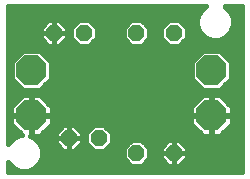
<source format=gbl>
G75*
%MOIN*%
%OFA0B0*%
%FSLAX25Y25*%
%IPPOS*%
%LPD*%
%AMOC8*
5,1,8,0,0,1.08239X$1,22.5*
%
%ADD10OC8,0.05200*%
%ADD11OC8,0.10000*%
%ADD12C,0.01600*%
D10*
X0026800Y0018050D03*
X0036800Y0018050D03*
X0049300Y0013050D03*
X0061800Y0013050D03*
X0061800Y0053050D03*
X0049300Y0053050D03*
X0031800Y0053050D03*
X0021800Y0053050D03*
D11*
X0014300Y0040550D03*
X0014300Y0025550D03*
X0074300Y0025550D03*
X0074300Y0040550D03*
D12*
X0006600Y0009975D02*
X0006600Y0006600D01*
X0084451Y0006600D01*
X0084451Y0061961D01*
X0078720Y0061961D01*
X0078938Y0061871D01*
X0080621Y0060188D01*
X0081531Y0057990D01*
X0081531Y0055610D01*
X0080621Y0053412D01*
X0078938Y0051729D01*
X0076740Y0050819D01*
X0074360Y0050819D01*
X0072162Y0051729D01*
X0070479Y0053412D01*
X0069569Y0055610D01*
X0069569Y0057990D01*
X0070479Y0060188D01*
X0072162Y0061871D01*
X0072380Y0061961D01*
X0006600Y0061961D01*
X0006600Y0016125D01*
X0006729Y0016438D01*
X0008412Y0018121D01*
X0010610Y0019031D01*
X0011202Y0019031D01*
X0007500Y0022733D01*
X0007500Y0025450D01*
X0014200Y0025450D01*
X0014400Y0025450D01*
X0014400Y0025650D01*
X0021100Y0025650D01*
X0021100Y0028367D01*
X0017117Y0032350D01*
X0014400Y0032350D01*
X0014400Y0025650D01*
X0014200Y0025650D01*
X0014200Y0032350D01*
X0011483Y0032350D01*
X0007500Y0028367D01*
X0007500Y0025650D01*
X0014200Y0025650D01*
X0014200Y0025450D01*
X0014200Y0018750D01*
X0013668Y0018750D01*
X0015188Y0018121D01*
X0016871Y0016438D01*
X0017781Y0014240D01*
X0017781Y0011860D01*
X0016871Y0009662D01*
X0015188Y0007979D01*
X0012990Y0007069D01*
X0010610Y0007069D01*
X0008412Y0007979D01*
X0006729Y0009662D01*
X0006600Y0009975D01*
X0006600Y0008710D02*
X0007682Y0008710D01*
X0006600Y0007111D02*
X0010508Y0007111D01*
X0013092Y0007111D02*
X0084451Y0007111D01*
X0084451Y0008710D02*
X0063682Y0008710D01*
X0063623Y0008650D02*
X0066200Y0011227D01*
X0066200Y0013050D01*
X0066200Y0014873D01*
X0063623Y0017450D01*
X0061800Y0017450D01*
X0061800Y0013050D01*
X0061800Y0013050D01*
X0066200Y0013050D01*
X0061800Y0013050D01*
X0061800Y0013050D01*
X0061800Y0013050D01*
X0057400Y0013050D01*
X0057400Y0014873D01*
X0059977Y0017450D01*
X0061800Y0017450D01*
X0061800Y0013050D01*
X0061800Y0008650D01*
X0063623Y0008650D01*
X0061800Y0008650D02*
X0061800Y0013050D01*
X0061800Y0013050D01*
X0057400Y0013050D01*
X0057400Y0011227D01*
X0059977Y0008650D01*
X0061800Y0008650D01*
X0061800Y0008710D02*
X0061800Y0008710D01*
X0061800Y0010308D02*
X0061800Y0010308D01*
X0061800Y0011907D02*
X0061800Y0011907D01*
X0061800Y0013505D02*
X0061800Y0013505D01*
X0061800Y0015104D02*
X0061800Y0015104D01*
X0061800Y0016702D02*
X0061800Y0016702D01*
X0059230Y0016702D02*
X0051587Y0016702D01*
X0051040Y0017250D02*
X0047560Y0017250D01*
X0045100Y0014790D01*
X0045100Y0011310D01*
X0047560Y0008850D01*
X0051040Y0008850D01*
X0053500Y0011310D01*
X0053500Y0014790D01*
X0051040Y0017250D01*
X0053186Y0015104D02*
X0057631Y0015104D01*
X0057400Y0013505D02*
X0053500Y0013505D01*
X0053500Y0011907D02*
X0057400Y0011907D01*
X0058319Y0010308D02*
X0052498Y0010308D01*
X0046102Y0010308D02*
X0017138Y0010308D01*
X0017781Y0011907D02*
X0045100Y0011907D01*
X0045100Y0013505D02*
X0017781Y0013505D01*
X0017423Y0015104D02*
X0023524Y0015104D01*
X0022400Y0016227D02*
X0024977Y0013650D01*
X0026800Y0013650D01*
X0028623Y0013650D01*
X0031200Y0016227D01*
X0031200Y0018050D01*
X0031200Y0019873D01*
X0028623Y0022450D01*
X0026800Y0022450D01*
X0026800Y0018050D01*
X0031200Y0018050D01*
X0026800Y0018050D01*
X0026800Y0018050D01*
X0026800Y0018050D01*
X0026800Y0013650D01*
X0026800Y0018050D01*
X0026800Y0018050D01*
X0026800Y0018050D01*
X0022400Y0018050D01*
X0022400Y0019873D01*
X0024977Y0022450D01*
X0026800Y0022450D01*
X0026800Y0018050D01*
X0022400Y0018050D01*
X0022400Y0016227D01*
X0022400Y0016702D02*
X0016606Y0016702D01*
X0014753Y0018301D02*
X0022400Y0018301D01*
X0022427Y0019899D02*
X0018266Y0019899D01*
X0017117Y0018750D02*
X0021100Y0022733D01*
X0021100Y0025450D01*
X0014400Y0025450D01*
X0014400Y0018750D01*
X0017117Y0018750D01*
X0014400Y0019899D02*
X0014200Y0019899D01*
X0014200Y0021498D02*
X0014400Y0021498D01*
X0014400Y0023096D02*
X0014200Y0023096D01*
X0014200Y0024695D02*
X0014400Y0024695D01*
X0014400Y0026293D02*
X0014200Y0026293D01*
X0014200Y0027892D02*
X0014400Y0027892D01*
X0014400Y0029490D02*
X0014200Y0029490D01*
X0014200Y0031089D02*
X0014400Y0031089D01*
X0017034Y0033950D02*
X0011566Y0033950D01*
X0007700Y0037816D01*
X0007700Y0043284D01*
X0011566Y0047150D01*
X0017034Y0047150D01*
X0020900Y0043284D01*
X0020900Y0037816D01*
X0017034Y0033950D01*
X0017370Y0034286D02*
X0071230Y0034286D01*
X0071566Y0033950D02*
X0077034Y0033950D01*
X0080900Y0037816D01*
X0080900Y0043284D01*
X0077034Y0047150D01*
X0071566Y0047150D01*
X0067700Y0043284D01*
X0067700Y0037816D01*
X0071566Y0033950D01*
X0071483Y0032350D02*
X0067500Y0028367D01*
X0067500Y0025650D01*
X0074200Y0025650D01*
X0074200Y0032350D01*
X0071483Y0032350D01*
X0070222Y0031089D02*
X0018378Y0031089D01*
X0019976Y0029490D02*
X0068624Y0029490D01*
X0067500Y0027892D02*
X0021100Y0027892D01*
X0021100Y0026293D02*
X0067500Y0026293D01*
X0067500Y0025450D02*
X0067500Y0022733D01*
X0071483Y0018750D01*
X0074200Y0018750D01*
X0074200Y0025450D01*
X0074400Y0025450D01*
X0074400Y0025650D01*
X0081100Y0025650D01*
X0081100Y0028367D01*
X0077117Y0032350D01*
X0074400Y0032350D01*
X0074400Y0025650D01*
X0074200Y0025650D01*
X0074200Y0025450D01*
X0067500Y0025450D01*
X0067500Y0024695D02*
X0021100Y0024695D01*
X0021100Y0023096D02*
X0067500Y0023096D01*
X0068735Y0021498D02*
X0039292Y0021498D01*
X0038540Y0022250D02*
X0035060Y0022250D01*
X0032600Y0019790D01*
X0032600Y0016310D01*
X0035060Y0013850D01*
X0038540Y0013850D01*
X0041000Y0016310D01*
X0041000Y0019790D01*
X0038540Y0022250D01*
X0040890Y0019899D02*
X0070334Y0019899D01*
X0074200Y0019899D02*
X0074400Y0019899D01*
X0074400Y0018750D02*
X0077117Y0018750D01*
X0081100Y0022733D01*
X0081100Y0025450D01*
X0074400Y0025450D01*
X0074400Y0018750D01*
X0074400Y0021498D02*
X0074200Y0021498D01*
X0074200Y0023096D02*
X0074400Y0023096D01*
X0074400Y0024695D02*
X0074200Y0024695D01*
X0074200Y0026293D02*
X0074400Y0026293D01*
X0074400Y0027892D02*
X0074200Y0027892D01*
X0074200Y0029490D02*
X0074400Y0029490D01*
X0074400Y0031089D02*
X0074200Y0031089D01*
X0078378Y0031089D02*
X0084451Y0031089D01*
X0084451Y0029490D02*
X0079976Y0029490D01*
X0081100Y0027892D02*
X0084451Y0027892D01*
X0084451Y0026293D02*
X0081100Y0026293D01*
X0081100Y0024695D02*
X0084451Y0024695D01*
X0084451Y0023096D02*
X0081100Y0023096D01*
X0079865Y0021498D02*
X0084451Y0021498D01*
X0084451Y0019899D02*
X0078266Y0019899D01*
X0084451Y0018301D02*
X0041000Y0018301D01*
X0041000Y0016702D02*
X0047013Y0016702D01*
X0045414Y0015104D02*
X0039794Y0015104D01*
X0033806Y0015104D02*
X0030076Y0015104D01*
X0031200Y0016702D02*
X0032600Y0016702D01*
X0032600Y0018301D02*
X0031200Y0018301D01*
X0031173Y0019899D02*
X0032710Y0019899D01*
X0034308Y0021498D02*
X0029575Y0021498D01*
X0026800Y0021498D02*
X0026800Y0021498D01*
X0026800Y0019899D02*
X0026800Y0019899D01*
X0026800Y0018301D02*
X0026800Y0018301D01*
X0026800Y0016702D02*
X0026800Y0016702D01*
X0026800Y0015104D02*
X0026800Y0015104D01*
X0024025Y0021498D02*
X0019865Y0021498D01*
X0010334Y0019899D02*
X0006600Y0019899D01*
X0006600Y0021498D02*
X0008735Y0021498D01*
X0007500Y0023096D02*
X0006600Y0023096D01*
X0006600Y0024695D02*
X0007500Y0024695D01*
X0007500Y0026293D02*
X0006600Y0026293D01*
X0006600Y0027892D02*
X0007500Y0027892D01*
X0006600Y0029490D02*
X0008624Y0029490D01*
X0010222Y0031089D02*
X0006600Y0031089D01*
X0006600Y0032687D02*
X0084451Y0032687D01*
X0084451Y0034286D02*
X0077370Y0034286D01*
X0078968Y0035884D02*
X0084451Y0035884D01*
X0084451Y0037483D02*
X0080567Y0037483D01*
X0080900Y0039082D02*
X0084451Y0039082D01*
X0084451Y0040680D02*
X0080900Y0040680D01*
X0080900Y0042279D02*
X0084451Y0042279D01*
X0084451Y0043877D02*
X0080307Y0043877D01*
X0078708Y0045476D02*
X0084451Y0045476D01*
X0084451Y0047074D02*
X0077110Y0047074D01*
X0071490Y0047074D02*
X0017110Y0047074D01*
X0018708Y0045476D02*
X0069892Y0045476D01*
X0068293Y0043877D02*
X0020307Y0043877D01*
X0020900Y0042279D02*
X0067700Y0042279D01*
X0067700Y0040680D02*
X0020900Y0040680D01*
X0020900Y0039082D02*
X0067700Y0039082D01*
X0068033Y0037483D02*
X0020567Y0037483D01*
X0018968Y0035884D02*
X0069632Y0035884D01*
X0063540Y0048850D02*
X0060060Y0048850D01*
X0057600Y0051310D01*
X0057600Y0054790D01*
X0060060Y0057250D01*
X0063540Y0057250D01*
X0066000Y0054790D01*
X0066000Y0051310D01*
X0063540Y0048850D01*
X0064961Y0050271D02*
X0084451Y0050271D01*
X0084451Y0048673D02*
X0023645Y0048673D01*
X0023623Y0048650D02*
X0026200Y0051227D01*
X0026200Y0053050D01*
X0026200Y0054873D01*
X0023623Y0057450D01*
X0021800Y0057450D01*
X0021800Y0053050D01*
X0026200Y0053050D01*
X0021800Y0053050D01*
X0021800Y0053050D01*
X0021800Y0053050D01*
X0021800Y0048650D01*
X0023623Y0048650D01*
X0021800Y0048650D02*
X0021800Y0053050D01*
X0021800Y0053050D01*
X0021800Y0053050D01*
X0017400Y0053050D01*
X0017400Y0054873D01*
X0019977Y0057450D01*
X0021800Y0057450D01*
X0021800Y0053050D01*
X0017400Y0053050D01*
X0017400Y0051227D01*
X0019977Y0048650D01*
X0021800Y0048650D01*
X0021800Y0048673D02*
X0021800Y0048673D01*
X0021800Y0050271D02*
X0021800Y0050271D01*
X0019955Y0048673D02*
X0006600Y0048673D01*
X0006600Y0050271D02*
X0018356Y0050271D01*
X0017400Y0051870D02*
X0006600Y0051870D01*
X0006600Y0053468D02*
X0017400Y0053468D01*
X0017594Y0055067D02*
X0006600Y0055067D01*
X0006600Y0056665D02*
X0019193Y0056665D01*
X0021800Y0056665D02*
X0021800Y0056665D01*
X0021800Y0055067D02*
X0021800Y0055067D01*
X0021800Y0053468D02*
X0021800Y0053468D01*
X0021800Y0051870D02*
X0021800Y0051870D01*
X0025244Y0050271D02*
X0028639Y0050271D01*
X0027600Y0051310D02*
X0030060Y0048850D01*
X0033540Y0048850D01*
X0036000Y0051310D01*
X0036000Y0054790D01*
X0033540Y0057250D01*
X0030060Y0057250D01*
X0027600Y0054790D01*
X0027600Y0051310D01*
X0027600Y0051870D02*
X0026200Y0051870D01*
X0026200Y0053468D02*
X0027600Y0053468D01*
X0027877Y0055067D02*
X0026006Y0055067D01*
X0024407Y0056665D02*
X0029475Y0056665D01*
X0034125Y0056665D02*
X0046975Y0056665D01*
X0047560Y0057250D02*
X0045100Y0054790D01*
X0045100Y0051310D01*
X0047560Y0048850D01*
X0051040Y0048850D01*
X0053500Y0051310D01*
X0053500Y0054790D01*
X0051040Y0057250D01*
X0047560Y0057250D01*
X0045377Y0055067D02*
X0035723Y0055067D01*
X0036000Y0053468D02*
X0045100Y0053468D01*
X0045100Y0051870D02*
X0036000Y0051870D01*
X0034961Y0050271D02*
X0046139Y0050271D01*
X0052461Y0050271D02*
X0058639Y0050271D01*
X0057600Y0051870D02*
X0053500Y0051870D01*
X0053500Y0053468D02*
X0057600Y0053468D01*
X0057877Y0055067D02*
X0053223Y0055067D01*
X0051625Y0056665D02*
X0059475Y0056665D01*
X0064125Y0056665D02*
X0069569Y0056665D01*
X0069682Y0058264D02*
X0006600Y0058264D01*
X0006600Y0059862D02*
X0070345Y0059862D01*
X0071752Y0061461D02*
X0006600Y0061461D01*
X0006600Y0047074D02*
X0011490Y0047074D01*
X0009892Y0045476D02*
X0006600Y0045476D01*
X0006600Y0043877D02*
X0008293Y0043877D01*
X0007700Y0042279D02*
X0006600Y0042279D01*
X0006600Y0040680D02*
X0007700Y0040680D01*
X0007700Y0039082D02*
X0006600Y0039082D01*
X0006600Y0037483D02*
X0008033Y0037483D01*
X0006600Y0035884D02*
X0009632Y0035884D01*
X0011230Y0034286D02*
X0006600Y0034286D01*
X0006600Y0018301D02*
X0008847Y0018301D01*
X0006994Y0016702D02*
X0006600Y0016702D01*
X0015918Y0008710D02*
X0059918Y0008710D01*
X0065281Y0010308D02*
X0084451Y0010308D01*
X0084451Y0011907D02*
X0066200Y0011907D01*
X0066200Y0013505D02*
X0084451Y0013505D01*
X0084451Y0015104D02*
X0065969Y0015104D01*
X0064370Y0016702D02*
X0084451Y0016702D01*
X0084451Y0051870D02*
X0079078Y0051870D01*
X0080644Y0053468D02*
X0084451Y0053468D01*
X0084451Y0055067D02*
X0081306Y0055067D01*
X0081531Y0056665D02*
X0084451Y0056665D01*
X0084451Y0058264D02*
X0081418Y0058264D01*
X0080755Y0059862D02*
X0084451Y0059862D01*
X0084451Y0061461D02*
X0079348Y0061461D01*
X0069794Y0055067D02*
X0065723Y0055067D01*
X0066000Y0053468D02*
X0070456Y0053468D01*
X0072022Y0051870D02*
X0066000Y0051870D01*
M02*

</source>
